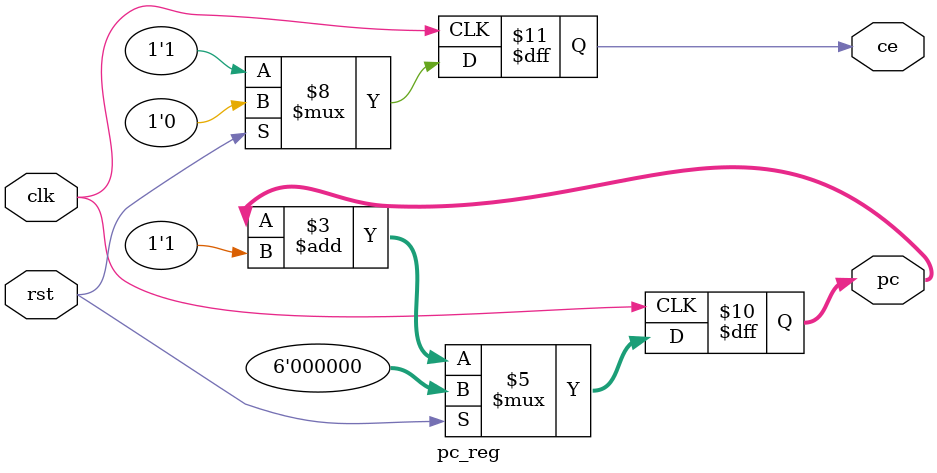
<source format=v>
module pc_reg(
    input rst,
    input clk,
    output reg [5:0] pc,
    output reg ce
);

    always @(posedge clk) begin
        if(rst)
            ce<=0;
        else
            ce<=1;
    end
    always@(posedge clk) begin
        if(rst)
            pc<=0;
        else
            pc<=pc+1'b1;
    end

endmodule
</source>
